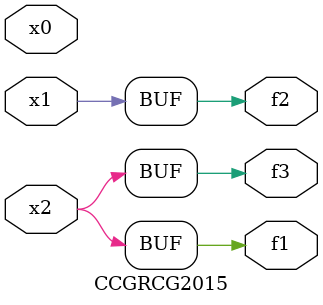
<source format=v>
module CCGRCG2015(
	input x0, x1, x2,
	output f1, f2, f3
);
	assign f1 = x2;
	assign f2 = x1;
	assign f3 = x2;
endmodule

</source>
